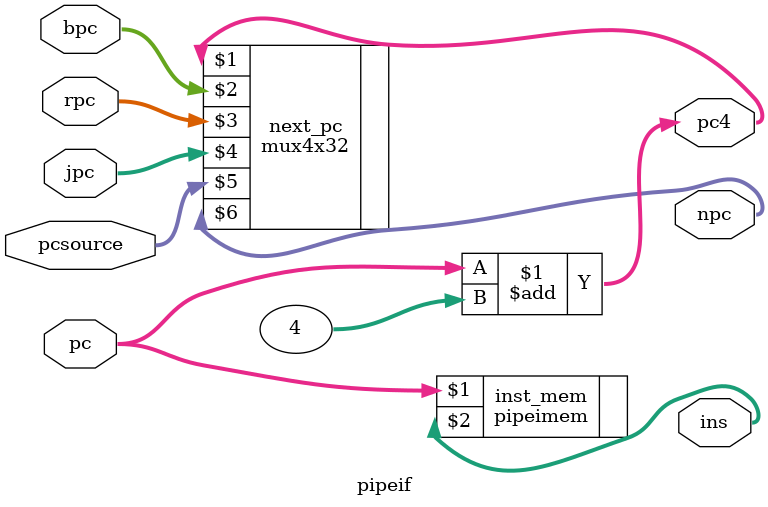
<source format=v>
`include "pipeimem.v"


module pipeif (pcsource, pc, bpc, rpc, jpc, npc, pc4, ins);
    input [31:0] pc, bpc, rpc, jpc;
    input [1:0]  pcsource;
    output [31:0] npc, pc4, ins;

    mux4x32 next_pc (pc4, bpc, rpc, jpc, pcsource, npc);
    
    // cla32 pc_plus4 (pc, 32'h4, 1'b0, pc4);
    assign pc4 = pc + 32'h4;

    // 根据pc从指令寄存器取指令
    pipeimem inst_mem (pc, ins);
endmodule

</source>
